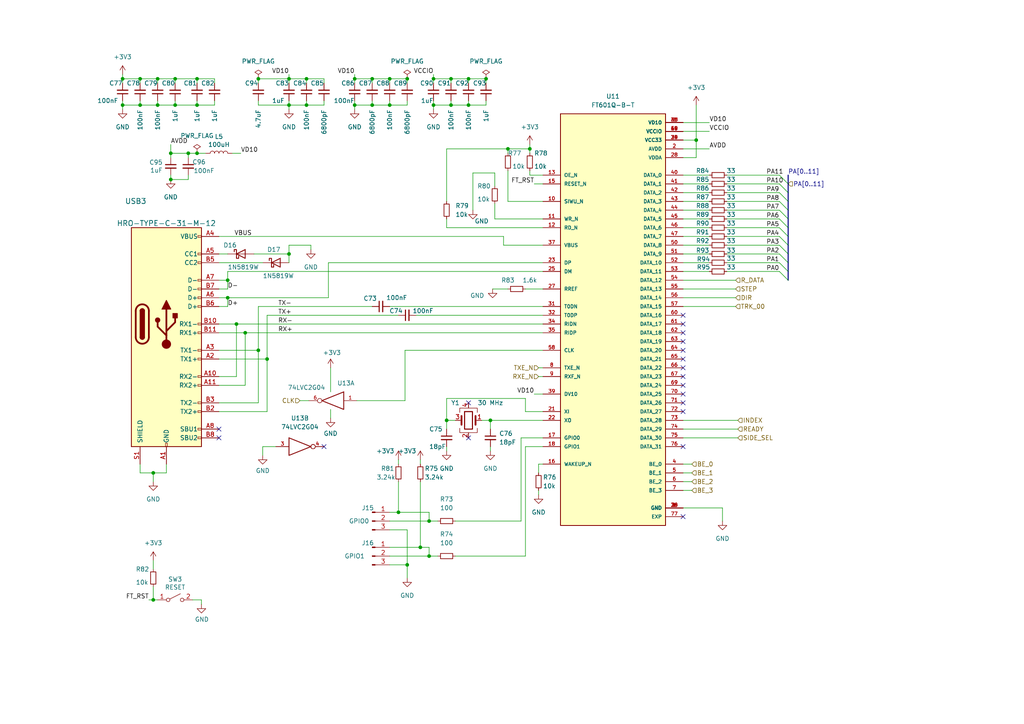
<source format=kicad_sch>
(kicad_sch (version 20230121) (generator eeschema)
  (paper "A4")
  (title_block (title "Greaseweazle F7 Lighting, USB PD") (date "2023-08-27") (rev "2.04") (company "SweProj.com"))
  (lib_symbols
    (symbol "74xGxx:74LVC2G04" (pin_names (offset 1.016))
      (property "Reference" "U" (at -2.54 3.81 0))
      (property "Value" "74LVC2G04" (at 0 -3.81 0))
      (symbol "74LVC2G04_0_1"
        (pin power_in line (at 0 -2.54 270) (length 0) hide (name "GND") (number "2"))
        (pin power_in line (at 0 2.54 90) (length 0) hide (name "VCC") (number "5"))
      )
      (symbol "74LVC2G04_1_1"
        (pin input line (at -7.62 0 0) (length 3.81) (name "~") (number "1"))
        (pin output inverted (at 6.35 0 180) (length 3.81) (name "~") (number "6"))
      )
      (symbol "74LVC2G04_2_1"
        (pin input line (at -7.62 0 0) (length 3.81) (name "~") (number "3"))
        (pin output inverted (at 6.35 0 180) (length 3.81) (name "~") (number "4"))
      )
    )
    (symbol "Connector:Conn_01x03_Male" (pin_names (offset 1.016) hide)
      (property "Reference" "J" (at 0 5.08 0))
      (property "Value" "Conn_01x03_Male" (at 0 -5.08 0))
      (symbol "Conn_01x03_Male_1_1"
        (pin passive line (at 5.08 2.54 180) (length 3.81) (name "Pin_1") (number "1"))
        (pin passive line (at 5.08 0 180) (length 3.81) (name "Pin_2") (number "2"))
        (pin passive line (at 5.08 -2.54 180) (length 3.81) (name "Pin_3") (number "3"))
      )
    )
    (symbol "Connector:USB_C_Receptacle" (pin_names (offset 1.016))
      (property "Reference" "J" (at -10.16 29.21 0))
      (property "Value" "USB_C_Receptacle" (at 10.16 29.21 0))
      (symbol "USB_C_Receptacle_1_1"
        (pin passive line (at 0 -40.64 90) (length 5.08) (name "GND") (number "A1"))
        (pin bidirectional line (at 15.24 -15.24 180) (length 5.08) (name "RX2-") (number "A10"))
        (pin bidirectional line (at 15.24 -17.78 180) (length 5.08) (name "RX2+") (number "A11"))
        (pin passive line (at 0 -40.64 90) (length 5.08) hide (name "GND") (number "A12"))
        (pin bidirectional line (at 15.24 -10.16 180) (length 5.08) (name "TX1+") (number "A2"))
        (pin bidirectional line (at 15.24 -7.62 180) (length 5.08) (name "TX1-") (number "A3"))
        (pin passive line (at 15.24 25.4 180) (length 5.08) (name "VBUS") (number "A4"))
        (pin bidirectional line (at 15.24 20.32 180) (length 5.08) (name "CC1") (number "A5"))
        (pin bidirectional line (at 15.24 7.62 180) (length 5.08) (name "D+") (number "A6"))
        (pin bidirectional line (at 15.24 12.7 180) (length 5.08) (name "D-") (number "A7"))
        (pin bidirectional line (at 15.24 -30.48 180) (length 5.08) (name "SBU1") (number "A8"))
        (pin passive line (at 15.24 25.4 180) (length 5.08) hide (name "VBUS") (number "A9"))
        (pin passive line (at 0 -40.64 90) (length 5.08) hide (name "GND") (number "B1"))
        (pin bidirectional line (at 15.24 0 180) (length 5.08) (name "RX1-") (number "B10"))
        (pin bidirectional line (at 15.24 -2.54 180) (length 5.08) (name "RX1+") (number "B11"))
        (pin passive line (at 0 -40.64 90) (length 5.08) hide (name "GND") (number "B12"))
        (pin bidirectional line (at 15.24 -25.4 180) (length 5.08) (name "TX2+") (number "B2"))
        (pin bidirectional line (at 15.24 -22.86 180) (length 5.08) (name "TX2-") (number "B3"))
        (pin passive line (at 15.24 25.4 180) (length 5.08) hide (name "VBUS") (number "B4"))
        (pin bidirectional line (at 15.24 17.78 180) (length 5.08) (name "CC2") (number "B5"))
        (pin bidirectional line (at 15.24 5.08 180) (length 5.08) (name "D+") (number "B6"))
        (pin bidirectional line (at 15.24 10.16 180) (length 5.08) (name "D-") (number "B7"))
        (pin bidirectional line (at 15.24 -33.02 180) (length 5.08) (name "SBU2") (number "B8"))
        (pin passive line (at 15.24 25.4 180) (length 5.08) hide (name "VBUS") (number "B9"))
        (pin passive line (at -7.62 -40.64 90) (length 5.08) (name "SHIELD") (number "S1"))
      )
    )
    (symbol "Device:C_Small" (pin_numbers hide) (pin_names (offset 0.254) hide)
      (property "Reference" "C" (at 0.254 1.778 0))
      (property "Value" "C_Small" (at 0.254 -2.032 0))
      (symbol "C_Small_1_1"
        (pin passive line (at 0 2.54 270) (length 2.032) (name "~") (number "1"))
        (pin passive line (at 0 -2.54 90) (length 2.032) (name "~") (number "2"))
      )
    )
    (symbol "Device:Crystal_GND24" (pin_names (offset 1.016) hide)
      (property "Reference" "Y" (at 3.175 5.08 0))
      (property "Value" "Crystal_GND24" (at 3.175 3.175 0))
      (symbol "Crystal_GND24_1_1"
        (pin passive line (at -3.81 0 0) (length 1.27) (name "1") (number "1"))
        (pin passive line (at 0 5.08 270) (length 1.27) (name "2") (number "2"))
        (pin passive line (at 3.81 0 180) (length 1.27) (name "3") (number "3"))
        (pin passive line (at 0 -5.08 90) (length 1.27) (name "4") (number "4"))
      )
    )
    (symbol "Device:D_Schottky" (pin_numbers hide) (pin_names (offset 1.016) hide)
      (property "Reference" "D" (at 0 2.54 0))
      (property "Value" "D_Schottky" (at 0 -2.54 0))
      (symbol "D_Schottky_1_1"
        (pin passive line (at -3.81 0 0) (length 2.54) (name "K") (number "1"))
        (pin passive line (at 3.81 0 180) (length 2.54) (name "A") (number "2"))
      )
    )
    (symbol "Device:L" (pin_numbers hide) (pin_names (offset 1.016) hide)
      (property "Reference" "L" (at -1.27 0 90))
      (property "Value" "L" (at 1.905 0 90))
      (symbol "L_1_1"
        (pin passive line (at 0 3.81 270) (length 1.27) (name "1") (number "1"))
        (pin passive line (at 0 -3.81 90) (length 1.27) (name "2") (number "2"))
      )
    )
    (symbol "Device:R_Small" (pin_numbers hide) (pin_names (offset 0.254) hide)
      (property "Reference" "R" (at 0.762 0.508 0))
      (property "Value" "R_Small" (at 0.762 -1.016 0))
      (symbol "R_Small_1_1"
        (pin passive line (at 0 2.54 270) (length 0.762) (name "~") (number "1"))
        (pin passive line (at 0 -2.54 90) (length 0.762) (name "~") (number "2"))
      )
    )
    (symbol "Greaseweazle:FT601Q-B-T" (pin_names (offset 1.016))
      (property "Reference" "U" (at -15.24 60.9854 0))
      (property "Value" "FT601Q-B-T" (at -15.2654 -61.0362 0))
      (symbol "FT601Q-B-T_0_0"
        (pin power_in line (at 20.32 -53.34 180) (length 5.08) (name "GND") (number "1"))
        (pin input line (at -20.32 35.56 0) (length 5.08) (name "SIWU_N") (number "10"))
        (pin input line (at -20.32 30.48 0) (length 5.08) (name "WR_N") (number "11"))
        (pin input line (at -20.32 27.94 0) (length 5.08) (name "RD_N") (number "12"))
        (pin input line (at -20.32 43.18 0) (length 5.08) (name "OE_N") (number "13"))
        (pin power_in line (at 20.32 55.88 180) (length 5.08) (name "VCCIO") (number "14"))
        (pin input line (at -20.32 40.64 0) (length 5.08) (name "RESET_N") (number "15"))
        (pin bidirectional line (at -20.32 -40.64 0) (length 5.08) (name "WAKEUP_N") (number "16"))
        (pin bidirectional line (at -20.32 -33.02 0) (length 5.08) (name "GPIO0") (number "17"))
        (pin bidirectional line (at -20.32 -35.56 0) (length 5.08) (name "GPIO1") (number "18"))
        (pin power_in line (at 20.32 50.8 180) (length 5.08) (name "AVDD") (number "2"))
        (pin power_in line (at 20.32 53.34 180) (length 5.08) (name "VCC33") (number "20"))
        (pin input line (at -20.32 -25.4 0) (length 5.08) (name "XI") (number "21"))
        (pin output line (at -20.32 -27.94 0) (length 5.08) (name "XO") (number "22"))
        (pin bidirectional line (at -20.32 17.78 0) (length 5.08) (name "DP") (number "23"))
        (pin power_in line (at 20.32 53.34 180) (length 5.08) (name "VCC33") (number "24"))
        (pin bidirectional line (at -20.32 15.24 0) (length 5.08) (name "DM") (number "25"))
        (pin power_in line (at 20.32 -53.34 180) (length 5.08) (name "GND") (number "26"))
        (pin input line (at -20.32 10.16 0) (length 5.08) (name "RREF") (number "27"))
        (pin power_in line (at 20.32 48.26 180) (length 5.08) (name "VDDA") (number "28"))
        (pin power_in line (at 20.32 -53.34 180) (length 5.08) (name "GND") (number "29"))
        (pin power_in line (at 20.32 58.42 180) (length 5.08) (name "VD10") (number "3"))
        (pin power_in line (at 20.32 58.42 180) (length 5.08) (name "VD10") (number "30"))
        (pin output line (at -20.32 5.08 0) (length 5.08) (name "T0DN") (number "31"))
        (pin output line (at -20.32 2.54 0) (length 5.08) (name "T0DP") (number "32"))
        (pin power_in line (at 20.32 58.42 180) (length 5.08) (name "VD10") (number "33"))
        (pin input line (at -20.32 0 0) (length 5.08) (name "RIDN") (number "34"))
        (pin input line (at -20.32 -2.54 0) (length 5.08) (name "RIDP") (number "35"))
        (pin power_in line (at 20.32 -53.34 180) (length 5.08) (name "GND") (number "36"))
        (pin input line (at -20.32 22.86 0) (length 5.08) (name "VBUS") (number "37"))
        (pin power_in line (at 20.32 53.34 180) (length 5.08) (name "VCC33") (number "38"))
        (pin output line (at -20.32 -20.32 0) (length 5.08) (name "DV10") (number "39"))
        (pin bidirectional line (at 20.32 -40.64 180) (length 5.08) (name "BE_0") (number "4"))
        (pin bidirectional line (at 20.32 43.18 180) (length 5.08) (name "DATA_0") (number "40"))
        (pin bidirectional line (at 20.32 40.64 180) (length 5.08) (name "DATA_1") (number "41"))
        (pin bidirectional line (at 20.32 38.1 180) (length 5.08) (name "DATA_2") (number "42"))
        (pin bidirectional line (at 20.32 35.56 180) (length 5.08) (name "DATA_3") (number "43"))
        (pin bidirectional line (at 20.32 33.02 180) (length 5.08) (name "DATA_4") (number "44"))
        (pin bidirectional line (at 20.32 30.48 180) (length 5.08) (name "DATA_5") (number "45"))
        (pin bidirectional line (at 20.32 27.94 180) (length 5.08) (name "DATA_6") (number "46"))
        (pin bidirectional line (at 20.32 25.4 180) (length 5.08) (name "DATA_7") (number "47"))
        (pin power_in line (at 20.32 58.42 180) (length 5.08) (name "VD10") (number "48"))
        (pin power_in line (at 20.32 55.88 180) (length 5.08) (name "VCCIO") (number "49"))
        (pin bidirectional line (at 20.32 -43.18 180) (length 5.08) (name "BE_1") (number "5"))
        (pin bidirectional line (at 20.32 22.86 180) (length 5.08) (name "DATA_8") (number "50"))
        (pin bidirectional line (at 20.32 20.32 180) (length 5.08) (name "DATA_9") (number "51"))
        (pin bidirectional line (at 20.32 17.78 180) (length 5.08) (name "DATA_10") (number "52"))
        (pin bidirectional line (at 20.32 15.24 180) (length 5.08) (name "DATA_11") (number "53"))
        (pin bidirectional line (at 20.32 12.7 180) (length 5.08) (name "DATA_12") (number "54"))
        (pin bidirectional line (at 20.32 10.16 180) (length 5.08) (name "DATA_13") (number "55"))
        (pin bidirectional line (at 20.32 7.62 180) (length 5.08) (name "DATA_14") (number "56"))
        (pin bidirectional line (at 20.32 5.08 180) (length 5.08) (name "DATA_15") (number "57"))
        (pin output line (at -20.32 -7.62 0) (length 5.08) (name "CLK") (number "58"))
        (pin power_in line (at 20.32 55.88 180) (length 5.08) (name "VCCIO") (number "59"))
        (pin bidirectional line (at 20.32 -45.72 180) (length 5.08) (name "BE_2") (number "6"))
        (pin bidirectional line (at 20.32 2.54 180) (length 5.08) (name "DATA_16") (number "60"))
        (pin bidirectional line (at 20.32 0 180) (length 5.08) (name "DATA_17") (number "61"))
        (pin bidirectional line (at 20.32 -2.54 180) (length 5.08) (name "DATA_18") (number "62"))
        (pin bidirectional line (at 20.32 -5.08 180) (length 5.08) (name "DATA_19") (number "63"))
        (pin bidirectional line (at 20.32 -7.62 180) (length 5.08) (name "DATA_20") (number "64"))
        (pin bidirectional line (at 20.32 -10.16 180) (length 5.08) (name "DATA_21") (number "65"))
        (pin bidirectional line (at 20.32 -12.7 180) (length 5.08) (name "DATA_22") (number "66"))
        (pin bidirectional line (at 20.32 -15.24 180) (length 5.08) (name "DATA_23") (number "67"))
        (pin power_in line (at 20.32 55.88 180) (length 5.08) (name "VCCIO") (number "68"))
        (pin bidirectional line (at 20.32 -17.78 180) (length 5.08) (name "DATA_24") (number "69"))
        (pin bidirectional line (at 20.32 -48.26 180) (length 5.08) (name "BE_3") (number "7"))
        (pin bidirectional line (at 20.32 -20.32 180) (length 5.08) (name "DATA_25") (number "70"))
        (pin bidirectional line (at 20.32 -22.86 180) (length 5.08) (name "DATA_26") (number "71"))
        (pin bidirectional line (at 20.32 -25.4 180) (length 5.08) (name "DATA_27") (number "72"))
        (pin bidirectional line (at 20.32 -27.94 180) (length 5.08) (name "DATA_28") (number "73"))
        (pin bidirectional line (at 20.32 -30.48 180) (length 5.08) (name "DATA_29") (number "74"))
        (pin bidirectional line (at 20.32 -33.02 180) (length 5.08) (name "DATA_30") (number "75"))
        (pin bidirectional line (at 20.32 -35.56 180) (length 5.08) (name "DATA_31") (number "76"))
        (pin power_in line (at 20.32 -55.88 180) (length 5.08) (name "EXP") (number "77"))
        (pin output line (at -20.32 -12.7 0) (length 5.08) (name "TXE_N") (number "8"))
        (pin output line (at -20.32 -15.24 0) (length 5.08) (name "RXF_N") (number "9"))
      )
    )
    (symbol "Switch:SW_SPST" (pin_names (offset 0) hide)
      (property "Reference" "SW" (at 0 3.175 0))
      (property "Value" "SW_SPST" (at 0 -2.54 0))
      (symbol "SW_SPST_1_1"
        (pin passive line (at -5.08 0 0) (length 2.54) (name "A") (number "1"))
        (pin passive line (at 5.08 0 180) (length 2.54) (name "B") (number "2"))
      )
    )
    (symbol "power:+3V3" (power) (pin_names (offset 0))
      (property "Value" "+3V3" (at 0 3.556 0))
      (symbol "+3V3_1_1"
        (pin power_in line (at 0 0 90) (length 0) hide (name "+3V3") (number "1"))
      )
    )
    (symbol "power:GND" (power) (pin_names (offset 0))
      (property "Value" "GND" (at 0 -3.81 0))
      (symbol "GND_1_1"
        (pin power_in line (at 0 0 270) (length 0) hide (name "GND") (number "1"))
      )
    )
    (symbol "power:PWR_FLAG" (power) (pin_numbers hide) (pin_names (offset 0) hide)
      (property "Value" "PWR_FLAG" (at 0 3.81 0))
      (symbol "PWR_FLAG_0_0"
        (pin power_out line (at 0 0 90) (length 0) (name "pwr") (number "1"))
      )
    )
  )
  (junction (at 130.81 30.48))
  (junction (at 50.8 30.48))
  (junction (at 83.82 73.66))
  (junction (at 153.67 43.18))
  (junction (at 66.04 86.36))
  (junction (at 54.61 44.45))
  (junction (at 40.64 30.48))
  (junction (at 118.11 163.83))
  (junction (at 201.93 40.64))
  (junction (at 121.92 158.75))
  (junction (at 66.04 81.28))
  (junction (at 77.47 104.14))
  (junction (at 129.54 121.92))
  (junction (at 74.93 22.86))
  (junction (at 113.03 22.86))
  (junction (at 83.82 22.86))
  (junction (at 102.87 22.86))
  (junction (at 44.45 173.99))
  (junction (at 102.87 30.48))
  (junction (at 124.46 161.29))
  (junction (at 45.72 30.48))
  (junction (at 147.32 43.18))
  (junction (at 130.81 22.86))
  (junction (at 88.9 30.48))
  (junction (at 35.56 22.86))
  (junction (at 140.97 22.86))
  (junction (at 115.57 148.59))
  (junction (at 113.03 30.48))
  (junction (at 124.46 151.13))
  (junction (at 125.73 22.86))
  (junction (at 142.24 121.92))
  (junction (at 49.53 52.07))
  (junction (at 118.11 22.86))
  (junction (at 74.93 101.6))
  (junction (at 107.95 22.86))
  (junction (at 57.15 30.48))
  (junction (at 71.12 96.52))
  (junction (at 107.95 30.48))
  (junction (at 135.89 22.86))
  (junction (at 44.45 137.16))
  (junction (at 49.53 44.45))
  (junction (at 40.64 22.86))
  (junction (at 57.15 22.86))
  (junction (at 83.82 30.48))
  (junction (at 50.8 22.86))
  (junction (at 57.15 44.45))
  (junction (at 135.89 30.48))
  (junction (at 68.58 93.98))
  (junction (at 45.72 22.86))
  (junction (at 125.73 30.48))
  (junction (at 35.56 30.48))
  (junction (at 88.9 22.86))
  (no_connect (at 198.12 96.52))
  (no_connect (at 135.89 127))
  (no_connect (at 198.12 129.54))
  (no_connect (at 198.12 119.38))
  (no_connect (at 198.12 106.68))
  (no_connect (at 198.12 99.06))
  (no_connect (at 198.12 93.98))
  (no_connect (at 198.12 109.22))
  (no_connect (at 198.12 149.86))
  (no_connect (at 198.12 91.44))
  (no_connect (at 135.89 116.84))
  (no_connect (at 198.12 116.84))
  (no_connect (at 63.5 124.46))
  (no_connect (at 63.5 127))
  (no_connect (at 198.12 111.76))
  (no_connect (at 198.12 101.6))
  (no_connect (at 198.12 104.14))
  (no_connect (at 93.98 129.54))
  (no_connect (at 198.12 114.3))
  (bus_entry (at 226.06 60.96) (size 2.54 2.54))
  (bus_entry (at 226.06 76.2) (size 2.54 2.54))
  (bus_entry (at 226.06 71.12) (size 2.54 2.54))
  (bus_entry (at 226.06 66.04) (size 2.54 2.54))
  (bus_entry (at 226.06 68.58) (size 2.54 2.54))
  (bus_entry (at 226.06 78.74) (size 2.54 2.54))
  (bus_entry (at 226.06 73.66) (size 2.54 2.54))
  (bus_entry (at 226.06 55.88) (size 2.54 2.54))
  (bus_entry (at 226.06 50.8) (size 2.54 2.54))
  (bus_entry (at 226.06 53.34) (size 2.54 2.54))
  (bus_entry (at 226.06 58.42) (size 2.54 2.54))
  (bus_entry (at 226.06 63.5) (size 2.54 2.54))
  (bus (pts (xy 228.6 53.34) (xy 228.6 55.88)))
  (wire (pts (xy 102.87 21.59) (xy 102.87 22.86)))
  (wire (pts (xy 210.82 73.66) (xy 226.06 73.66)))
  (wire (pts (xy 198.12 78.74) (xy 205.74 78.74)))
  (wire (pts (xy 88.9 22.86) (xy 93.98 22.86)))
  (wire (pts (xy 198.12 83.82) (xy 213.36 83.82)))
  (wire (pts (xy 62.23 30.48) (xy 62.23 29.21)))
  (wire (pts (xy 151.13 127) (xy 151.13 151.13)))
  (wire (pts (xy 55.88 173.99) (xy 58.42 173.99)))
  (bus (pts (xy 228.6 50.8) (xy 228.6 53.34)))
  (wire (pts (xy 40.64 30.48) (xy 40.64 29.21)))
  (wire (pts (xy 44.45 162.56) (xy 44.45 165.1)))
  (wire (pts (xy 44.45 170.18) (xy 44.45 173.99)))
  (wire (pts (xy 88.9 22.86) (xy 88.9 24.13)))
  (bus (pts (xy 228.6 71.12) (xy 228.6 73.66)))
  (wire (pts (xy 57.15 22.86) (xy 62.23 22.86)))
  (wire (pts (xy 67.31 44.45) (xy 69.85 44.45)))
  (wire (pts (xy 50.8 22.86) (xy 50.8 24.13)))
  (wire (pts (xy 140.97 22.86) (xy 140.97 24.13)))
  (wire (pts (xy 113.03 153.67) (xy 118.11 153.67)))
  (wire (pts (xy 95.885 118.745) (xy 95.885 121.285)))
  (bus (pts (xy 228.6 60.96) (xy 228.6 63.5)))
  (wire (pts (xy 124.46 148.59) (xy 124.46 151.13)))
  (wire (pts (xy 35.56 21.59) (xy 35.56 22.86)))
  (wire (pts (xy 107.95 30.48) (xy 107.95 29.21)))
  (wire (pts (xy 83.82 22.86) (xy 83.82 24.13)))
  (wire (pts (xy 115.57 148.59) (xy 124.46 148.59)))
  (wire (pts (xy 74.93 116.84) (xy 74.93 101.6)))
  (wire (pts (xy 35.56 22.86) (xy 40.64 22.86)))
  (wire (pts (xy 40.64 22.86) (xy 40.64 24.13)))
  (wire (pts (xy 198.12 71.12) (xy 205.74 71.12)))
  (wire (pts (xy 86.995 116.205) (xy 89.535 116.205)))
  (wire (pts (xy 154.94 114.3) (xy 157.48 114.3)))
  (wire (pts (xy 153.67 41.91) (xy 153.67 43.18)))
  (wire (pts (xy 35.56 30.48) (xy 40.64 30.48)))
  (wire (pts (xy 140.97 30.48) (xy 140.97 29.21)))
  (wire (pts (xy 74.93 22.86) (xy 83.82 22.86)))
  (wire (pts (xy 95.25 86.36) (xy 95.25 76.2)))
  (wire (pts (xy 63.5 81.28) (xy 66.04 81.28)))
  (wire (pts (xy 63.5 116.84) (xy 74.93 116.84)))
  (wire (pts (xy 107.95 30.48) (xy 113.03 30.48)))
  (bus (pts (xy 228.6 68.58) (xy 228.6 71.12)))
  (wire (pts (xy 198.12 55.88) (xy 205.74 55.88)))
  (bus (pts (xy 228.6 63.5) (xy 228.6 66.04)))
  (wire (pts (xy 88.9 30.48) (xy 88.9 29.21)))
  (wire (pts (xy 58.42 173.99) (xy 58.42 175.26)))
  (wire (pts (xy 125.73 21.59) (xy 125.73 22.86)))
  (wire (pts (xy 156.21 109.22) (xy 157.48 109.22)))
  (wire (pts (xy 125.73 29.21) (xy 125.73 30.48)))
  (wire (pts (xy 198.12 86.36) (xy 213.36 86.36)))
  (wire (pts (xy 129.54 115.57) (xy 129.54 121.92)))
  (wire (pts (xy 121.92 133.35) (xy 121.92 134.62)))
  (wire (pts (xy 142.24 121.92) (xy 157.48 121.92)))
  (wire (pts (xy 66.04 81.28) (xy 66.04 83.82)))
  (wire (pts (xy 45.72 30.48) (xy 45.72 29.21)))
  (wire (pts (xy 66.04 78.74) (xy 66.04 81.28)))
  (wire (pts (xy 129.54 43.18) (xy 129.54 58.42)))
  (wire (pts (xy 74.93 88.9) (xy 74.93 101.6)))
  (wire (pts (xy 57.15 44.45) (xy 54.61 44.45)))
  (wire (pts (xy 120.65 91.44) (xy 157.48 91.44)))
  (wire (pts (xy 154.94 53.34) (xy 157.48 53.34)))
  (wire (pts (xy 49.53 44.45) (xy 49.53 45.72)))
  (wire (pts (xy 66.04 86.36) (xy 95.25 86.36)))
  (wire (pts (xy 50.8 22.86) (xy 57.15 22.86)))
  (wire (pts (xy 129.54 63.5) (xy 129.54 66.04)))
  (wire (pts (xy 48.26 137.16) (xy 48.26 134.62)))
  (wire (pts (xy 153.67 50.8) (xy 157.48 50.8)))
  (wire (pts (xy 210.82 53.34) (xy 226.06 53.34)))
  (wire (pts (xy 124.46 151.13) (xy 127 151.13)))
  (wire (pts (xy 198.12 50.8) (xy 205.74 50.8)))
  (wire (pts (xy 152.4 161.29) (xy 132.08 161.29)))
  (wire (pts (xy 43.18 173.99) (xy 44.45 173.99)))
  (wire (pts (xy 198.12 68.58) (xy 205.74 68.58)))
  (wire (pts (xy 88.9 30.48) (xy 93.98 30.48)))
  (wire (pts (xy 118.11 163.83) (xy 113.03 163.83)))
  (wire (pts (xy 135.89 30.48) (xy 135.89 29.21)))
  (bus (pts (xy 228.6 73.66) (xy 228.6 76.2)))
  (wire (pts (xy 71.12 96.52) (xy 157.48 96.52)))
  (wire (pts (xy 63.5 109.22) (xy 68.58 109.22)))
  (wire (pts (xy 157.48 129.54) (xy 152.4 129.54)))
  (wire (pts (xy 83.82 21.59) (xy 83.82 22.86)))
  (wire (pts (xy 83.82 30.48) (xy 88.9 30.48)))
  (bus (pts (xy 228.6 66.04) (xy 228.6 68.58)))
  (wire (pts (xy 198.12 121.92) (xy 213.995 121.92)))
  (wire (pts (xy 198.12 81.28) (xy 213.36 81.28)))
  (wire (pts (xy 63.5 104.14) (xy 77.47 104.14)))
  (wire (pts (xy 35.56 22.86) (xy 35.56 24.13)))
  (wire (pts (xy 153.67 49.53) (xy 153.67 50.8)))
  (wire (pts (xy 132.08 121.92) (xy 129.54 121.92)))
  (wire (pts (xy 129.54 43.18) (xy 147.32 43.18)))
  (wire (pts (xy 125.73 22.86) (xy 130.81 22.86)))
  (wire (pts (xy 210.82 66.04) (xy 226.06 66.04)))
  (wire (pts (xy 102.87 30.48) (xy 107.95 30.48)))
  (wire (pts (xy 156.21 142.24) (xy 156.21 143.51)))
  (wire (pts (xy 57.15 30.48) (xy 57.15 29.21)))
  (wire (pts (xy 130.81 22.86) (xy 135.89 22.86)))
  (wire (pts (xy 142.875 83.82) (xy 147.32 83.82)))
  (wire (pts (xy 83.82 29.21) (xy 83.82 30.48)))
  (wire (pts (xy 113.03 88.9) (xy 157.48 88.9)))
  (wire (pts (xy 210.82 50.8) (xy 226.06 50.8)))
  (wire (pts (xy 103.505 116.205) (xy 117.475 116.205)))
  (wire (pts (xy 44.45 173.99) (xy 45.72 173.99)))
  (wire (pts (xy 153.67 43.18) (xy 153.67 44.45)))
  (wire (pts (xy 152.4 83.82) (xy 157.48 83.82)))
  (bus (pts (xy 228.6 78.74) (xy 228.6 81.28)))
  (wire (pts (xy 71.12 111.76) (xy 63.5 111.76)))
  (wire (pts (xy 77.47 119.38) (xy 77.47 104.14)))
  (wire (pts (xy 210.82 76.2) (xy 226.06 76.2)))
  (wire (pts (xy 118.11 22.86) (xy 118.11 24.13)))
  (wire (pts (xy 63.5 101.6) (xy 74.93 101.6)))
  (wire (pts (xy 135.89 30.48) (xy 140.97 30.48)))
  (wire (pts (xy 125.73 22.86) (xy 125.73 24.13)))
  (wire (pts (xy 118.11 30.48) (xy 118.11 29.21)))
  (wire (pts (xy 146.05 71.12) (xy 157.48 71.12)))
  (wire (pts (xy 198.12 137.16) (xy 200.66 137.16)))
  (wire (pts (xy 198.12 73.66) (xy 205.74 73.66)))
  (wire (pts (xy 54.61 52.07) (xy 54.61 50.8)))
  (wire (pts (xy 198.12 88.9) (xy 213.36 88.9)))
  (wire (pts (xy 74.93 88.9) (xy 107.95 88.9)))
  (wire (pts (xy 95.25 76.2) (xy 157.48 76.2)))
  (wire (pts (xy 50.8 30.48) (xy 50.8 29.21)))
  (wire (pts (xy 113.03 22.86) (xy 113.03 24.13)))
  (wire (pts (xy 49.53 41.91) (xy 49.53 44.45)))
  (wire (pts (xy 129.54 129.54) (xy 129.54 130.81)))
  (wire (pts (xy 45.72 22.86) (xy 45.72 24.13)))
  (wire (pts (xy 83.82 71.12) (xy 90.17 71.12)))
  (wire (pts (xy 57.15 22.86) (xy 57.15 24.13)))
  (wire (pts (xy 59.69 44.45) (xy 57.15 44.45)))
  (wire (pts (xy 63.5 96.52) (xy 71.12 96.52)))
  (wire (pts (xy 76.2 129.54) (xy 80.01 129.54)))
  (wire (pts (xy 210.82 63.5) (xy 226.06 63.5)))
  (wire (pts (xy 54.61 44.45) (xy 54.61 45.72)))
  (wire (pts (xy 93.98 30.48) (xy 93.98 29.21)))
  (wire (pts (xy 83.82 30.48) (xy 83.82 31.75)))
  (wire (pts (xy 210.82 78.74) (xy 226.06 78.74)))
  (wire (pts (xy 49.53 52.07) (xy 49.53 50.8)))
  (bus (pts (xy 228.6 76.2) (xy 228.6 78.74)))
  (wire (pts (xy 137.16 50.165) (xy 143.51 50.165)))
  (wire (pts (xy 124.46 161.29) (xy 127 161.29)))
  (wire (pts (xy 63.5 73.66) (xy 66.04 73.66)))
  (wire (pts (xy 156.21 137.16) (xy 156.21 134.62)))
  (wire (pts (xy 152.4 119.38) (xy 157.48 119.38)))
  (wire (pts (xy 198.12 35.56) (xy 205.74 35.56)))
  (wire (pts (xy 50.8 30.48) (xy 57.15 30.48)))
  (wire (pts (xy 115.57 139.7) (xy 115.57 148.59)))
  (wire (pts (xy 76.2 132.08) (xy 76.2 129.54)))
  (wire (pts (xy 210.82 60.96) (xy 226.06 60.96)))
  (wire (pts (xy 198.12 139.7) (xy 200.66 139.7)))
  (wire (pts (xy 156.21 106.68) (xy 157.48 106.68)))
  (wire (pts (xy 135.89 22.86) (xy 135.89 24.13)))
  (wire (pts (xy 71.12 96.52) (xy 71.12 111.76)))
  (wire (pts (xy 198.12 134.62) (xy 200.66 134.62)))
  (wire (pts (xy 44.45 137.16) (xy 44.45 139.7)))
  (wire (pts (xy 62.23 22.86) (xy 62.23 24.13)))
  (wire (pts (xy 201.93 45.72) (xy 201.93 40.64)))
  (wire (pts (xy 198.12 38.1) (xy 205.74 38.1)))
  (wire (pts (xy 117.475 116.205) (xy 117.475 101.6)))
  (wire (pts (xy 40.64 30.48) (xy 45.72 30.48)))
  (wire (pts (xy 129.54 115.57) (xy 152.4 115.57)))
  (wire (pts (xy 40.64 22.86) (xy 45.72 22.86)))
  (wire (pts (xy 139.7 121.92) (xy 142.24 121.92)))
  (bus (pts (xy 228.6 58.42) (xy 228.6 60.96)))
  (wire (pts (xy 83.82 73.66) (xy 83.82 71.12)))
  (wire (pts (xy 35.56 29.21) (xy 35.56 30.48)))
  (wire (pts (xy 73.66 73.66) (xy 83.82 73.66)))
  (wire (pts (xy 118.11 153.67) (xy 118.11 163.83)))
  (wire (pts (xy 68.58 109.22) (xy 68.58 93.98)))
  (wire (pts (xy 113.03 30.48) (xy 118.11 30.48)))
  (wire (pts (xy 147.32 58.42) (xy 157.48 58.42)))
  (wire (pts (xy 45.72 22.86) (xy 50.8 22.86)))
  (wire (pts (xy 152.4 115.57) (xy 152.4 119.38)))
  (wire (pts (xy 142.24 129.54) (xy 142.24 130.81)))
  (wire (pts (xy 74.93 24.13) (xy 74.93 22.86)))
  (wire (pts (xy 147.32 49.53) (xy 147.32 58.42)))
  (wire (pts (xy 198.12 124.46) (xy 213.995 124.46)))
  (wire (pts (xy 147.32 44.45) (xy 147.32 43.18)))
  (wire (pts (xy 198.12 63.5) (xy 205.74 63.5)))
  (wire (pts (xy 152.4 129.54) (xy 152.4 161.29)))
  (wire (pts (xy 210.82 58.42) (xy 226.06 58.42)))
  (wire (pts (xy 57.15 30.48) (xy 62.23 30.48)))
  (wire (pts (xy 198.12 127) (xy 213.995 127)))
  (wire (pts (xy 137.16 50.165) (xy 137.16 60.96)))
  (wire (pts (xy 143.51 59.055) (xy 143.51 63.5)))
  (wire (pts (xy 74.93 30.48) (xy 83.82 30.48)))
  (wire (pts (xy 113.03 22.86) (xy 118.11 22.86)))
  (wire (pts (xy 157.48 78.74) (xy 66.04 78.74)))
  (wire (pts (xy 113.03 158.75) (xy 121.92 158.75)))
  (wire (pts (xy 113.03 151.13) (xy 124.46 151.13)))
  (wire (pts (xy 121.92 139.7) (xy 121.92 158.75)))
  (wire (pts (xy 66.04 86.36) (xy 63.5 86.36)))
  (wire (pts (xy 209.55 147.32) (xy 209.55 151.13)))
  (wire (pts (xy 113.03 30.48) (xy 113.03 29.21)))
  (wire (pts (xy 102.87 22.86) (xy 102.87 24.13)))
  (wire (pts (xy 40.64 134.62) (xy 40.64 137.16)))
  (wire (pts (xy 143.51 63.5) (xy 157.48 63.5)))
  (wire (pts (xy 63.5 93.98) (xy 68.58 93.98)))
  (wire (pts (xy 143.51 50.165) (xy 143.51 53.975)))
  (wire (pts (xy 142.24 121.92) (xy 142.24 124.46)))
  (wire (pts (xy 63.5 68.58) (xy 146.05 68.58)))
  (wire (pts (xy 77.47 104.14) (xy 77.47 91.44)))
  (wire (pts (xy 107.95 22.86) (xy 107.95 24.13)))
  (wire (pts (xy 63.5 119.38) (xy 77.47 119.38)))
  (bus (pts (xy 228.6 55.88) (xy 228.6 58.42)))
  (wire (pts (xy 129.54 66.04) (xy 157.48 66.04)))
  (wire (pts (xy 44.45 137.16) (xy 48.26 137.16)))
  (wire (pts (xy 198.12 43.18) (xy 205.74 43.18)))
  (wire (pts (xy 129.54 121.92) (xy 129.54 124.46)))
  (wire (pts (xy 132.08 151.13) (xy 151.13 151.13)))
  (wire (pts (xy 40.64 137.16) (xy 44.45 137.16)))
  (wire (pts (xy 93.98 22.86) (xy 93.98 24.13)))
  (wire (pts (xy 113.03 148.59) (xy 115.57 148.59)))
  (wire (pts (xy 63.5 76.2) (xy 76.2 76.2)))
  (wire (pts (xy 54.61 52.07) (xy 49.53 52.07)))
  (wire (pts (xy 198.12 142.24) (xy 200.66 142.24)))
  (wire (pts (xy 125.73 30.48) (xy 125.73 31.75)))
  (wire (pts (xy 210.82 68.58) (xy 226.06 68.58)))
  (wire (pts (xy 113.03 161.29) (xy 124.46 161.29)))
  (wire (pts (xy 198.12 76.2) (xy 205.74 76.2)))
  (wire (pts (xy 198.12 40.64) (xy 201.93 40.64)))
  (wire (pts (xy 95.885 106.68) (xy 95.885 113.665)))
  (wire (pts (xy 198.12 66.04) (xy 205.74 66.04)))
  (wire (pts (xy 156.21 134.62) (xy 157.48 134.62)))
  (wire (pts (xy 107.95 22.86) (xy 113.03 22.86)))
  (wire (pts (xy 102.87 22.86) (xy 107.95 22.86)))
  (wire (pts (xy 135.89 22.86) (xy 140.97 22.86)))
  (wire (pts (xy 66.04 88.9) (xy 66.04 86.36)))
  (wire (pts (xy 121.92 158.75) (xy 124.46 158.75)))
  (wire (pts (xy 130.81 30.48) (xy 135.89 30.48)))
  (wire (pts (xy 102.87 29.21) (xy 102.87 30.48)))
  (wire (pts (xy 210.82 71.12) (xy 226.06 71.12)))
  (wire (pts (xy 198.12 60.96) (xy 205.74 60.96)))
  (wire (pts (xy 198.12 53.34) (xy 205.74 53.34)))
  (wire (pts (xy 210.82 55.88) (xy 226.06 55.88)))
  (wire (pts (xy 74.93 29.21) (xy 74.93 30.48)))
  (wire (pts (xy 124.46 158.75) (xy 124.46 161.29)))
  (wire (pts (xy 68.58 93.98) (xy 157.48 93.98)))
  (wire (pts (xy 83.82 22.86) (xy 88.9 22.86)))
  (wire (pts (xy 198.12 147.32) (xy 209.55 147.32)))
  (wire (pts (xy 77.47 91.44) (xy 115.57 91.44)))
  (wire (pts (xy 198.12 45.72) (xy 201.93 45.72)))
  (wire (pts (xy 115.57 133.35) (xy 115.57 134.62)))
  (wire (pts (xy 147.32 43.18) (xy 153.67 43.18)))
  (wire (pts (xy 45.72 30.48) (xy 50.8 30.48)))
  (wire (pts (xy 66.04 83.82) (xy 63.5 83.82)))
  (wire (pts (xy 90.17 71.12) (xy 90.17 72.39)))
  (wire (pts (xy 125.73 30.48) (xy 130.81 30.48)))
  (wire (pts (xy 83.82 73.66) (xy 83.82 76.2)))
  (wire (pts (xy 102.87 30.48) (xy 102.87 31.75)))
  (wire (pts (xy 130.81 30.48) (xy 130.81 29.21)))
  (wire (pts (xy 198.12 58.42) (xy 205.74 58.42)))
  (wire (pts (xy 118.11 163.83) (xy 118.11 167.64)))
  (wire (pts (xy 130.81 22.86) (xy 130.81 24.13)))
  (wire (pts (xy 146.05 68.58) (xy 146.05 71.12)))
  (wire (pts (xy 157.48 127) (xy 151.13 127)))
  (wire (pts (xy 35.56 30.48) (xy 35.56 31.75)))
  (wire (pts (xy 201.93 30.48) (xy 201.93 40.64)))
  (wire (pts (xy 117.475 101.6) (xy 157.48 101.6)))
  (wire (pts (xy 54.61 44.45) (xy 49.53 44.45)))
  (wire (pts (xy 63.5 88.9) (xy 66.04 88.9)))
  (label "VBUS" (at 67.945 68.58 0))
  (label "VD10" (at 154.94 114.3 180))
  (label "AVDD" (at 205.74 43.18 0))
  (label "PA8" (at 222.25 58.42 0))
  (label "FT_RST" (at 154.94 53.34 180))
  (label "RX+" (at 80.645 96.52 0))
  (label "PA5" (at 222.25 66.04 0))
  (label "PA3" (at 222.25 71.12 0))
  (label "VCCIO" (at 125.73 21.59 180))
  (label "AVDD" (at 49.53 41.91 0))
  (label "PA9" (at 222.25 55.88 0))
  (label "PA0" (at 222.25 78.74 0))
  (label "VD10" (at 83.82 21.59 180))
  (label "RX-" (at 80.645 93.98 0))
  (label "TX+" (at 80.645 91.44 0))
  (label "PA1" (at 222.25 76.2 0))
  (label "VD10" (at 205.74 35.56 0))
  (label "PA4" (at 222.25 68.58 0))
  (label "VD10" (at 102.87 21.59 180))
  (label "VCCIO" (at 205.74 38.1 0))
  (label "PA11" (at 222.25 50.8 0))
  (label "PA2" (at 222.25 73.66 0))
  (label "D-" (at 66.04 83.82 0))
  (label "TX-" (at 80.645 88.9 0))
  (label "PA[0..11]" (at 228.6 50.8 0))
  (label "PA10" (at 222.25 53.34 0))
  (label "PA6" (at 222.25 63.5 0))
  (label "D+" (at 66.04 88.9 0))
  (label "VD10" (at 69.85 44.45 0))
  (label "FT_RST" (at 43.18 173.99 180))
  (label "PA7" (at 222.25 60.96 0))
  (hierarchical_label "BE_3" (shape input) (at 200.66 142.24 0))
  (hierarchical_label "PA[0..11]" (shape input) (at 228.6 53.34 0))
  (hierarchical_label "DIR" (shape input) (at 213.36 86.36 0))
  (hierarchical_label "BE_1" (shape input) (at 200.66 137.16 0))
  (hierarchical_label "STEP" (shape input) (at 213.36 83.82 0))
  (hierarchical_label "RXE_N" (shape input) (at 156.21 109.22 180))
  (hierarchical_label "CLK" (shape input) (at 86.995 116.205 180))
  (hierarchical_label "BE_0" (shape input) (at 200.66 134.62 0))
  (hierarchical_label "SIDE_SEL" (shape input) (at 213.995 127 0))
  (hierarchical_label "BE_2" (shape input) (at 200.66 139.7 0))
  (hierarchical_label "R_DATA" (shape input) (at 213.36 81.28 0))
  (hierarchical_label "TRK_00" (shape input) (at 213.36 88.9 0))
  (hierarchical_label "TXE_N" (shape input) (at 156.21 106.68 180))
  (hierarchical_label "READY" (shape input) (at 213.995 124.46 0))
  (hierarchical_label "INDEX" (shape input) (at 213.995 121.92 0))
  (symbol (lib_id "power:GND") (at 142.875 83.82 0) (unit 1)
    (property "Reference" "#PWR0257" (effects hide))
    (property "Value" "GND" (at 138.43 85.725 0))
  )
  (symbol (lib_id "Device:C_Small") (at 49.53 48.26 0) (mirror y) (unit 1)
    (property "Reference" "C95" (at 47.1932 47.0916 0) (effects (justify left)))
    (property "Value" "1uF" (at 47.1932 49.403 0) (effects (justify left)))
    (property "Footprint" "Capacitor_SMD:C_0603_1608Metric" (effects hide))
    (property "LCSC" "C15849" (effects hide))
  )
  (symbol (lib_id "Device:R_Small") (at 129.54 151.13 90) (unit 1)
    (property "Reference" "R73" (at 129.54 144.78 90))
    (property "Value" "100" (at 129.54 147.32 90))
    (property "Footprint" "Resistor_SMD:R_0402_1005Metric" (effects hide))
    (property "LCSC" "C25076" (effects hide))
  )
  (symbol (lib_id "Device:C_Small") (at 118.11 26.67 180) (unit 1)
    (property "Reference" "C89" (at 118.11 24.13 0) (effects (justify left)))
    (property "Value" "6800pF" (at 118.11 31.75 90) (effects (justify left)))
    (property "Footprint" "Capacitor_SMD:C_0402_1005Metric" (effects hide))
    (property "LCSC" "C1542" (effects hide))
  )
  (symbol (lib_id "power:GND") (at 83.82 31.75 0) (unit 1)
    (property "Reference" "#PWR0232" (effects hide))
    (property "Value" "GND" (at 83.82 36.83 0))
  )
  (symbol (lib_id "Device:C_Small") (at 45.72 26.67 180) (unit 1)
    (property "Reference" "C79" (at 45.72 24.13 0) (effects (justify left)))
    (property "Value" "100nF" (at 45.72 31.75 90) (effects (justify left)))
    (property "Footprint" "Capacitor_SMD:C_0402_1005Metric" (effects hide))
    (property "LCSC" "C1525" (effects hide))
  )
  (symbol (lib_id "Device:R_Small") (at 208.28 55.88 270) (unit 1)
    (property "Reference" "R86" (at 205.74 54.61 90) (effects (justify right)))
    (property "Value" "33" (at 213.36 54.61 90) (effects (justify right)))
    (property "Footprint" "Resistor_SMD:R_0402_1005Metric" (effects hide))
    (property "LCSC" "C25105" (effects hide))
  )
  (symbol (lib_id "Device:R_Small") (at 208.28 53.34 270) (unit 1)
    (property "Reference" "R85" (at 205.74 52.07 90) (effects (justify right)))
    (property "Value" "33" (at 213.36 52.07 90) (effects (justify right)))
    (property "Footprint" "Resistor_SMD:R_0402_1005Metric" (effects hide))
    (property "LCSC" "C25105" (effects hide))
  )
  (symbol (lib_id "Connector:Conn_01x03_Male") (at 107.95 151.13 0) (unit 1)
    (property "Reference" "J15" (at 106.68 147.32 0))
    (property "Value" "GPIO0" (at 104.14 151.13 0))
    (property "Footprint" "Jumper:SolderJumper-3_P1.3mm_Open_RoundedPad1.0x1.5mm_NumberLabels" (effects hide))
  )
  (symbol (lib_id "power:PWR_FLAG") (at 57.15 44.45 0) (unit 1)
    (property "Reference" "#FLG0103" (effects hide))
    (property "Value" "PWR_FLAG" (at 57.15 39.37 0))
  )
  (symbol (lib_id "Device:C_Small") (at 83.82 26.67 180) (unit 1)
    (property "Reference" "C83" (at 83.82 24.13 0) (effects (justify left)))
    (property "Value" "1uF" (at 82.55 29.21 0) (effects (justify left)))
    (property "Footprint" "Capacitor_SMD:C_0603_1608Metric" (effects hide))
    (property "LCSC" "C15849" (effects hide))
  )
  (symbol (lib_id "Device:C_Small") (at 125.73 26.67 180) (unit 1)
    (property "Reference" "C90" (at 125.73 24.13 0) (effects (justify left)))
    (property "Value" "1uF" (at 125.73 29.21 0) (effects (justify left)))
    (property "Footprint" "Capacitor_SMD:C_0603_1608Metric" (effects hide))
    (property "LCSC" "C15849" (effects hide))
  )
  (symbol (lib_id "Device:C_Small") (at 135.89 26.67 0) (mirror x) (unit 1)
    (property "Reference" "C92" (at 132.08 24.13 0) (effects (justify left)))
    (property "Value" "100nF" (at 135.89 31.75 90) (effects (justify left)))
    (property "Footprint" "Capacitor_SMD:C_0402_1005Metric" (effects hide))
    (property "LCSC" "C1525" (effects hide))
  )
  (symbol (lib_id "Device:R_Small") (at 121.92 137.16 0) (unit 1)
    (property "Reference" "R75" (at 123.19 135.89 0) (effects (justify left)))
    (property "Value" "3.24k" (at 123.19 138.43 0) (effects (justify left)))
    (property "Footprint" "Resistor_SMD:R_0402_1005Metric" (effects hide))
    (property "LCSC" "C11457" (effects hide))
  )
  (symbol (lib_id "power:PWR_FLAG") (at 74.93 22.86 0) (unit 1)
    (property "Reference" "#FLG0105" (effects hide))
    (property "Value" "PWR_FLAG" (at 74.93 17.78 0))
  )
  (symbol (lib_id "power:GND") (at 102.87 31.75 0) (unit 1)
    (property "Reference" "#PWR0241" (effects hide))
    (property "Value" "GND" (at 102.87 36.83 0))
  )
  (symbol (lib_id "74xGxx:74LVC2G04") (at 87.63 129.54 0) (unit 2)
    (property "Reference" "U13" (at 86.995 121.285 0))
    (property "Value" "74LVC2G04" (at 86.995 123.825 0))
    (property "Footprint" "Package_TO_SOT_SMD:SOT-23-6" (effects hide))
    (property "Datasheet" "http://www.ti.com/lit/sg/scyt129e/scyt129e.pdf" (effects hide))
    (property "LCSC" "C460538" (effects hide))
  )
  (symbol (lib_id "Device:C_Small") (at 57.15 26.67 180) (unit 1)
    (property "Reference" "C81" (at 57.15 24.13 0) (effects (justify left)))
    (property "Value" "1uF" (at 57.15 31.75 90) (effects (justify left)))
    (property "Footprint" "Capacitor_SMD:C_0603_1608Metric" (effects hide))
    (property "LCSC" "C15849" (effects hide))
  )
  (symbol (lib_id "Device:C_Small") (at 35.56 26.67 180) (unit 1)
    (property "Reference" "C77" (at 35.56 24.13 0) (effects (justify left)))
    (property "Value" "100nF" (at 34.29 29.21 0) (effects (justify left)))
    (property "Footprint" "Capacitor_SMD:C_0402_1005Metric" (effects hide))
    (property "LCSC" "C1525" (effects hide))
  )
  (symbol (lib_id "Device:C_Small") (at 50.8 26.67 180) (unit 1)
    (property "Reference" "C80" (at 50.8 24.13 0) (effects (justify left)))
    (property "Value" "1uF" (at 50.8 31.75 90) (effects (justify left)))
    (property "Footprint" "Capacitor_SMD:C_0603_1608Metric" (effects hide))
    (property "LCSC" "C15849" (effects hide))
  )
  (symbol (lib_id "power:GND") (at 58.42 175.26 0) (unit 1)
    (property "Reference" "#PWR0255" (effects hide))
    (property "Value" "GND" (at 58.547 179.6542 0))
  )
  (symbol (lib_id "power:GND") (at 142.24 130.81 0) (unit 1)
    (property "Reference" "#PWR0221" (effects hide))
    (property "Value" "GND" (at 142.24 135.89 0))
  )
  (symbol (lib_id "power:GND") (at 125.73 31.75 0) (unit 1)
    (property "Reference" "#PWR0242" (effects hide))
    (property "Value" "GND" (at 125.73 36.83 0))
  )
  (symbol (lib_id "Device:C_Small") (at 93.98 26.67 180) (unit 1)
    (property "Reference" "C85" (at 93.98 24.13 0) (effects (justify left)))
    (property "Value" "6800pF" (at 93.98 31.75 90) (effects (justify left)))
    (property "Footprint" "Capacitor_SMD:C_0402_1005Metric" (effects hide))
    (property "LCSC" "C1542" (effects hide))
  )
  (symbol (lib_id "power:GND") (at 95.885 121.285 0) (unit 1)
    (property "Reference" "#PWR0260" (effects hide))
    (property "Value" "GND" (at 95.885 125.73 0))
  )
  (symbol (lib_id "Device:C_Small") (at 140.97 26.67 0) (mirror x) (unit 1)
    (property "Reference" "C93" (at 137.16 24.13 0) (effects (justify left)))
    (property "Value" "1uF" (at 140.97 31.75 90) (effects (justify left)))
    (property "Footprint" "Capacitor_SMD:C_0603_1608Metric" (effects hide))
    (property "LCSC" "C15849" (effects hide))
  )
  (symbol (lib_id "Device:R_Small") (at 208.28 78.74 270) (unit 1)
    (property "Reference" "R95" (at 205.994 77.47 90) (effects (justify right)))
    (property "Value" "33" (at 213.36 77.47 90) (effects (justify right)))
    (property "Footprint" "Resistor_SMD:R_0402_1005Metric" (effects hide))
    (property "LCSC" "C25105" (effects hide))
  )
  (symbol (lib_id "power:GND") (at 209.55 151.13 0) (unit 1)
    (property "Reference" "#PWR0227" (effects hide))
    (property "Value" "GND" (at 209.55 156.21 0))
  )
  (symbol (lib_id "Device:R_Small") (at 129.54 60.96 180) (unit 1)
    (property "Reference" "R79" (at 132.08 59.6899 0) (effects (justify right)))
    (property "Value" "10k" (at 132.08 62.2299 0) (effects (justify right)))
    (property "Footprint" "Resistor_SMD:R_0402_1005Metric" (effects hide))
    (property "LCSC" "C25744" (effects hide))
  )
  (symbol (lib_id "Device:Crystal_GND24") (at 135.89 121.92 180) (unit 1)
    (property "Reference" "Y1" (at 132.08 116.84 0))
    (property "Value" "30 MHz" (at 142.24 116.84 0))
    (property "Footprint" "Oscillator:Oscillator_SMD_Abracon_ASDMB-4Pin_2.5x2.0mm" (effects hide))
    (property "LCSC" "C252267" (effects hide))
  )
  (symbol (lib_id "Switch:SW_SPST") (at 50.8 173.99 0) (unit 1)
    (property "Reference" "SW3" (at 50.8 168.021 0))
    (property "Value" "RESET" (at 50.8 170.3324 0))
    (property "Footprint" "Greaseweazle:SW_Push_1P1T_NO_CK_K2-1102SP-C4SC-04" (effects hide))
    (property "Datasheet" "https://datasheet.lcsc.com/szlcsc/1811082113_Korean-Hroparts-Elec-K2-1102SP-C4SC-04_C127509.pdf" (effects hide))
    (property "LCSC" "C127509" (effects hide))
  )
  (symbol (lib_id "power:+3V3") (at 121.92 133.35 0) (unit 1)
    (property "Reference" "#PWR0228" (effects hide))
    (property "Value" "+3V3" (at 118.11 130.81 0))
  )
  (symbol (lib_id "power:GND") (at 156.21 143.51 0) (unit 1)
    (property "Reference" "#PWR0246" (effects hide))
    (property "Value" "GND" (at 156.21 148.59 0))
  )
  (symbol (lib_id "power:+3V3") (at 201.93 30.48 0) (unit 1)
    (property "Reference" "#PWR0217" (effects hide))
    (property "Value" "+3V3" (at 201.93 25.4 0))
  )
  (symbol (lib_id "Device:R_Small") (at 143.51 56.515 180) (unit 1)
    (property "Reference" "R80" (at 138.43 53.975 0) (effects (justify right)))
    (property "Value" "10k" (at 138.43 57.785 0) (effects (justify right)))
    (property "Footprint" "Resistor_SMD:R_0402_1005Metric" (effects hide))
    (property "LCSC" "C25744" (effects hide))
  )
  (symbol (lib_id "Device:R_Small") (at 208.28 68.58 270) (unit 1)
    (property "Reference" "R91" (at 205.74 67.31 90) (effects (justify right)))
    (property "Value" "33" (at 213.36 67.31 90) (effects (justify right)))
    (property "Footprint" "Resistor_SMD:R_0402_1005Metric" (effects hide))
    (property "LCSC" "C25105" (effects hide))
  )
  (symbol (lib_id "Device:R_Small") (at 115.57 137.16 0) (unit 1)
    (property "Reference" "R81" (at 110.49 135.89 0) (effects (justify left)))
    (property "Value" "3.24k" (at 109.22 138.43 0) (effects (justify left)))
    (property "Footprint" "Resistor_SMD:R_0402_1005Metric" (effects hide))
    (property "LCSC" "C11457" (effects hide))
  )
  (symbol (lib_id "Device:R_Small") (at 44.45 167.64 180) (unit 1)
    (property "Reference" "R82" (at 39.37 165.1 0) (effects (justify right)))
    (property "Value" "10k" (at 39.37 168.91 0) (effects (justify right)))
    (property "Footprint" "Resistor_SMD:R_0402_1005Metric" (effects hide))
    (property "LCSC" "C25744" (effects hide))
  )
  (symbol (lib_id "Device:C_Small") (at 40.64 26.67 180) (unit 1)
    (property "Reference" "C78" (at 40.64 24.13 0) (effects (justify left)))
    (property "Value" "100nF" (at 40.64 31.75 90) (effects (justify left)))
    (property "Footprint" "Capacitor_SMD:C_0402_1005Metric" (effects hide))
    (property "LCSC" "C1525" (effects hide))
  )
  (symbol (lib_id "Device:R_Small") (at 208.28 73.66 270) (unit 1)
    (property "Reference" "R93" (at 205.74 72.644 90) (effects (justify right)))
    (property "Value" "33" (at 213.36 72.644 90) (effects (justify right)))
    (property "Footprint" "Resistor_SMD:R_0402_1005Metric" (effects hide))
    (property "LCSC" "C25105" (effects hide))
  )
  (symbol (lib_id "Device:R_Small") (at 208.28 60.96 270) (unit 1)
    (property "Reference" "R88" (at 205.74 59.69 90) (effects (justify right)))
    (property "Value" "33" (at 213.36 59.69 90) (effects (justify right)))
    (property "Footprint" "Resistor_SMD:R_0402_1005Metric" (effects hide))
    (property "LCSC" "C25105" (effects hide))
  )
  (symbol (lib_id "Device:D_Schottky") (at 80.01 76.2 0) (unit 1)
    (property "Reference" "D17" (at 77.47 72.39 0) (effects (justify left)))
    (property "Value" "1N5819W" (at 76.2 80.01 0) (effects (justify left)))
    (property "Footprint" "Diode_SMD:D_SOD-123" (effects hide))
    (property "LCSC" "C963381" (effects hide))
  )
  (symbol (lib_id "Device:R_Small") (at 208.28 58.42 270) (unit 1)
    (property "Reference" "R87" (at 205.74 57.15 90) (effects (justify right)))
    (property "Value" "33" (at 213.36 57.15 90) (effects (justify right)))
    (property "Footprint" "Resistor_SMD:R_0402_1005Metric" (effects hide))
    (property "LCSC" "C25105" (effects hide))
  )
  (symbol (lib_id "Device:C_Small") (at 110.49 88.9 90) (unit 1)
    (property "Reference" "C73" (at 109.3216 86.5632 90) (effects (justify left)))
    (property "Value" "100nF" (at 118.11 86.36 90) (effects (justify left)))
    (property "Footprint" "Capacitor_SMD:C_0402_1005Metric" (effects hide))
    (property "LCSC" "C1525" (effects hide))
  )
  (symbol (lib_id "Device:R_Small") (at 208.28 50.8 270) (unit 1)
    (property "Reference" "R84" (at 205.74 49.53 90) (effects (justify right)))
    (property "Value" "33" (at 213.36 49.53 90) (effects (justify right)))
    (property "Footprint" "Resistor_SMD:R_0402_1005Metric" (effects hide))
    (property "LCSC" "C25105" (effects hide))
  )
  (symbol (lib_id "power:GND") (at 129.54 130.81 0) (unit 1)
    (property "Reference" "#PWR0220" (effects hide))
    (property "Value" "GND" (at 129.54 135.89 0))
  )
  (symbol (lib_id "Device:R_Small") (at 156.21 139.7 180) (unit 1)
    (property "Reference" "R76" (at 157.48 138.43 0) (effects (justify right)))
    (property "Value" "10k" (at 157.48 140.97 0) (effects (justify right)))
    (property "Footprint" "Resistor_SMD:R_0402_1005Metric" (effects hide))
    (property "LCSC" "C25744" (effects hide))
  )
  (symbol (lib_id "Device:C_Small") (at 142.24 127 0) (unit 1)
    (property "Reference" "C76" (at 144.78 125.7362 0) (effects (justify left)))
    (property "Value" "18pF" (at 144.78 128.2762 0) (effects (justify left)))
    (property "Footprint" "Capacitor_SMD:C_0402_1005Metric" (effects hide))
    (property "LCSC" "C1549" (effects hide))
  )
  (symbol (lib_id "power:GND") (at 44.45 139.7 0) (unit 1)
    (property "Reference" "#PWR0218" (effects hide))
    (property "Value" "GND" (at 44.45 144.78 0))
  )
  (symbol (lib_id "Device:R_Small") (at 208.28 66.04 270) (unit 1)
    (property "Reference" "R90" (at 205.74 64.77 90) (effects (justify right)))
    (property "Value" "33" (at 213.36 64.77 90) (effects (justify right)))
    (property "Footprint" "Resistor_SMD:R_0402_1005Metric" (effects hide))
    (property "LCSC" "C25105" (effects hide))
  )
  (symbol (lib_id "power:+3V3") (at 44.45 162.56 0) (unit 1)
    (property "Reference" "#PWR0256" (effects hide))
    (property "Value" "+3V3" (at 44.45 157.48 0))
  )
  (symbol (lib_id "Device:C_Small") (at 74.93 26.67 180) (unit 1)
    (property "Reference" "C94" (at 74.93 24.13 0) (effects (justify left)))
    (property "Value" "4.7uF" (at 74.93 31.75 90) (effects (justify left)))
    (property "Footprint" "Capacitor_SMD:C_0603_1608Metric" (effects hide))
    (property "LCSC" "C99229" (effects hide))
  )
  (symbol (lib_id "Device:R_Small") (at 208.28 63.5 270) (unit 1)
    (property "Reference" "R89" (at 205.74 62.23 90) (effects (justify right)))
    (property "Value" "33" (at 213.36 62.23 90) (effects (justify right)))
    (property "Footprint" "Resistor_SMD:R_0402_1005Metric" (effects hide))
    (property "LCSC" "C25105" (effects hide))
  )
  (symbol (lib_id "Device:C_Small") (at 113.03 26.67 180) (unit 1)
    (property "Reference" "C88" (at 113.03 24.13 0) (effects (justify left)))
    (property "Value" "100nF" (at 113.03 31.75 90) (effects (justify left)))
    (property "Footprint" "Capacitor_SMD:C_0402_1005Metric" (effects hide))
    (property "LCSC" "C1525" (effects hide))
  )
  (symbol (lib_id "power:GND") (at 90.17 72.39 0) (unit 1)
    (property "Reference" "#PWR0219" (effects hide))
    (property "Value" "GND" (at 90.17 77.47 0))
  )
  (symbol (lib_id "Device:C_Small") (at 62.23 26.67 180) (unit 1)
    (property "Reference" "C82" (at 62.23 24.13 0) (effects (justify left)))
    (property "Value" "1uF" (at 62.23 31.75 90) (effects (justify left)))
    (property "Footprint" "Capacitor_SMD:C_0603_1608Metric" (effects hide))
    (property "LCSC" "C15849" (effects hide))
  )
  (symbol (lib_id "Device:R_Small") (at 208.28 76.2 270) (unit 1)
    (property "Reference" "R94" (at 205.994 75.184 90) (effects (justify right)))
    (property "Value" "33" (at 213.36 74.93 90) (effects (justify right)))
    (property "Footprint" "Resistor_SMD:R_0402_1005Metric" (effects hide))
    (property "LCSC" "C25105" (effects hide))
  )
  (symbol (lib_id "Device:R_Small") (at 208.28 71.12 270) (unit 1)
    (property "Reference" "R92" (at 205.74 69.85 90) (effects (justify right)))
    (property "Value" "33" (at 213.36 69.85 90) (effects (justify right)))
    (property "Footprint" "Resistor_SMD:R_0402_1005Metric" (effects hide))
    (property "LCSC" "C25105" (effects hide))
  )
  (symbol (lib_id "Device:C_Small") (at 88.9 26.67 180) (unit 1)
    (property "Reference" "C84" (at 88.9 24.13 0) (effects (justify left)))
    (property "Value" "100nF" (at 88.9 31.75 90) (effects (justify left)))
    (property "Footprint" "Capacitor_SMD:C_0402_1005Metric" (effects hide))
    (property "LCSC" "C1525" (effects hide))
  )
  (symbol (lib_id "power:GND") (at 35.56 31.75 0) (unit 1)
    (property "Reference" "#PWR0231" (effects hide))
    (property "Value" "GND" (at 35.56 36.83 0))
  )
  (symbol (lib_id "Device:D_Schottky") (at 69.85 73.66 0) (unit 1)
    (property "Reference" "D16" (at 64.77 71.12 0) (effects (justify left)))
    (property "Value" "1N5819W" (at 66.04 77.47 0) (effects (justify left)))
    (property "Footprint" "Diode_SMD:D_SOD-123" (effects hide))
    (property "LCSC" "C963381" (effects hide))
  )
  (symbol (lib_id "power:GND") (at 76.2 132.08 0) (unit 1)
    (property "Reference" "#PWR0262" (effects hide))
    (property "Value" "GND" (at 76.2 136.525 0))
  )
  (symbol (lib_id "Device:R_Small") (at 153.67 46.99 180) (unit 1)
    (property "Reference" "R78" (at 154.94 44.45 0) (effects (justify right)))
    (property "Value" "10k" (at 154.94 48.26 0) (effects (justify right)))
    (property "Footprint" "Resistor_SMD:R_0402_1005Metric" (effects hide))
    (property "LCSC" "C25744" (effects hide))
  )
  (symbol (lib_id "Device:C_Small") (at 54.61 48.26 0) (mirror y) (unit 1)
    (property "Reference" "C96" (at 59.69 46.99 0) (effects (justify left)))
    (property "Value" "100nF" (at 62.23 49.53 0) (effects (justify left)))
    (property "Footprint" "Capacitor_SMD:C_0402_1005Metric" (effects hide))
    (property "LCSC" "C1525" (effects hide))
  )
  (symbol (lib_id "power:PWR_FLAG") (at 118.11 22.86 0) (unit 1)
    (property "Reference" "#FLG0106" (effects hide))
    (property "Value" "PWR_FLAG" (at 118.11 17.78 0))
  )
  (symbol (lib_id "power:+3V3") (at 115.57 133.35 0) (unit 1)
    (property "Reference" "#PWR0254" (effects hide))
    (property "Value" "+3V3" (at 111.76 130.81 0))
  )
  (symbol (lib_id "power:GND") (at 118.11 167.64 0) (unit 1)
    (property "Reference" "#PWR0229" (effects hide))
    (property "Value" "GND" (at 118.11 172.72 0))
  )
  (symbol (lib_id "Device:R_Small") (at 149.86 83.82 270) (unit 1)
    (property "Reference" "R83" (at 147.32 81.28 90))
    (property "Value" "1.6k" (at 153.67 81.28 90))
    (property "Footprint" "Resistor_SMD:R_0402_1005Metric" (effects hide))
    (property "LCSC" "C25931" (effects hide))
  )
  (symbol (lib_id "power:GND") (at 137.16 60.96 0) (unit 1)
    (property "Reference" "#PWR0251" (effects hide))
    (property "Value" "GND" (at 139.7 64.135 0))
  )
  (symbol (lib_id "Device:R_Small") (at 147.32 46.99 180) (unit 1)
    (property "Reference" "R77" (at 147.32 44.45 0) (effects (justify right)))
    (property "Value" "10k" (at 148.59 48.26 0) (effects (justify right)))
    (property "Footprint" "Resistor_SMD:R_0402_1005Metric" (effects hide))
    (property "LCSC" "C25744" (effects hide))
  )
  (symbol (lib_id "Device:L") (at 63.5 44.45 90) (unit 1)
    (property "Reference" "L5" (at 63.5 39.624 90))
    (property "Value" "100uH" (at 63.5 41.9354 90))
    (property "Footprint" "Greaseweazle:L_6.3x6.3_H3" (effects hide))
    (property "LCSC" "C434839" (effects hide))
  )
  (symbol (lib_id "Device:C_Small") (at 130.81 26.67 180) (unit 1)
    (property "Reference" "C91" (at 130.81 24.13 0) (effects (justify left)))
    (property "Value" "100nF" (at 130.81 31.75 90) (effects (justify left)))
    (property "Footprint" "Capacitor_SMD:C_0402_1005Metric" (effects hide))
    (property "LCSC" "C1525" (effects hide))
  )
  (symbol (lib_id "power:+3V3") (at 153.67 41.91 0) (unit 1)
    (property "Reference" "#PWR0250" (effects hide))
    (property "Value" "+3V3" (at 153.67 36.83 0))
  )
  (symbol (lib_id "Device:C_Small") (at 107.95 26.67 180) (unit 1)
    (property "Reference" "C87" (at 107.95 24.13 0) (effects (justify left)))
    (property "Value" "6800pF" (at 107.95 31.75 90) (effects (justify left)))
    (property "Footprint" "Capacitor_SMD:C_0402_1005Metric" (effects hide))
    (property "LCSC" "C1542" (effects hide))
  )
  (symbol (lib_id "74xGxx:74LVC2G04") (at 95.885 116.205 0) (mirror y) (unit 1)
    (property "Reference" "U13" (at 100.33 111.125 0))
    (property "Value" "74LVC2G04" (at 88.9 112.395 0))
    (property "Footprint" "Package_TO_SOT_SMD:SOT-23-6" (effects hide))
    (property "Datasheet" "http://www.ti.com/lit/sg/scyt129e/scyt129e.pdf" (effects hide))
    (property "LCSC" "C460538" (effects hide))
  )
  (symbol (lib_id "Device:R_Small") (at 129.54 161.29 90) (unit 1)
    (property "Reference" "R74" (at 129.54 154.94 90))
    (property "Value" "100" (at 129.54 157.48 90))
    (property "Footprint" "Resistor_SMD:R_0402_1005Metric" (effects hide))
    (property "LCSC" "C25076" (effects hide))
  )
  (symbol (lib_id "Device:C_Small") (at 102.87 26.67 180) (unit 1)
    (property "Reference" "C86" (at 102.87 24.13 0) (effects (justify left)))
    (property "Value" "100nF" (at 102.87 29.21 0) (effects (justify left)))
    (property "Footprint" "Capacitor_SMD:C_0402_1005Metric" (effects hide))
    (property "LCSC" "C1525" (effects hide))
  )
  (symbol (lib_id "Device:C_Small") (at 129.54 127 0) (unit 1)
    (property "Reference" "C75" (at 124.46 124.46 0) (effects (justify left)))
    (property "Value" "18pF" (at 124.46 129.54 0) (effects (justify left)))
    (property "Footprint" "Capacitor_SMD:C_0402_1005Metric" (effects hide))
    (property "LCSC" "C1549" (effects hide))
  )
  (symbol (lib_id "power:PWR_FLAG") (at 140.97 22.86 0) (unit 1)
    (property "Reference" "#FLG0104" (effects hide))
    (property "Value" "PWR_FLAG" (at 140.97 17.78 0))
  )
  (symbol (lib_id "power:+3V3") (at 95.885 106.68 0) (unit 1)
    (property "Reference" "#PWR0261" (effects hide))
    (property "Value" "+3V3" (at 96.266 102.2858 0))
  )
  (symbol (lib_id "power:+3V3") (at 35.56 21.59 0) (unit 1)
    (property "Reference" "#PWR0230" (effects hide))
    (property "Value" "+3V3" (at 35.56 16.51 0))
  )
  (symbol (lib_id "Greaseweazle:FT601Q-B-T") (at 177.8 93.98 0) (unit 1)
    (property "Reference" "U11" (at 177.8 27.94 0))
    (property "Value" "FT601Q-B-T" (at 177.8 30.48 0))
    (property "Footprint" "Package_DFN_QFN:QFN-76-1EP_9x9mm_P0.4mm_EP3.8x3.8mm" (effects hide))
  )
  (symbol (lib_id "power:GND") (at 49.53 52.07 0) (unit 1)
    (property "Reference" "#PWR0245" (effects hide))
    (property "Value" "GND" (at 49.53 57.15 0))
  )
  (symbol (lib_id "Device:C_Small") (at 118.11 91.44 90) (unit 1)
    (property "Reference" "C74" (at 116.84 90.17 90) (effects (justify left)))
    (property "Value" "100nF" (at 125.73 90.17 90) (effects (justify left)))
    (property "Footprint" "Capacitor_SMD:C_0402_1005Metric" (effects hide))
    (property "LCSC" "C1525" (effects hide))
  )
  (symbol (lib_id "Connector:Conn_01x03_Male") (at 107.95 161.29 0) (unit 1)
    (property "Reference" "J16" (at 106.68 157.48 0))
    (property "Value" "GPIO1" (at 102.87 161.29 0))
    (property "Footprint" "Jumper:SolderJumper-3_P1.3mm_Open_RoundedPad1.0x1.5mm_NumberLabels" (effects hide))
  )
  (symbol (lib_id "Connector:USB_C_Receptacle") (at 48.26 93.98 0) (unit 1)
    (property "Reference" "USB3" (at 39.37 58.3438 0) (effects (font (size 1.524 1.524))))
    (property "Value" "HRO-TYPE-C-31-M-12" (at 48.26 64.77 0) (effects (font (size 1.524 1.524))))
    (property "Footprint" "Greaseweazle:USB_C_Receptacle_Amphenol_12401548E4-2A" (effects hide))
    (property "Datasheet" "https://www.usb.org/sites/default/files/documents/usb_type-c.zip" (effects hide))
    (property "LCSC" "C165948" (effects hide))
  )
)
</source>
